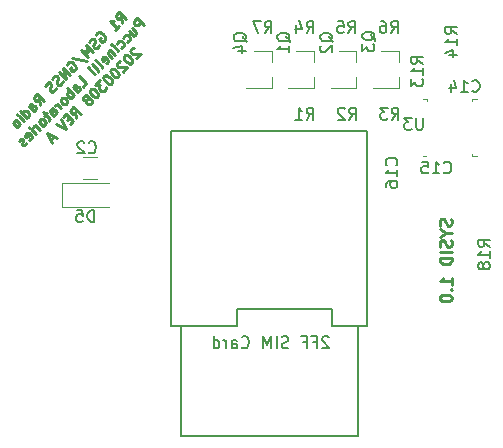
<source format=gbr>
G04 #@! TF.GenerationSoftware,KiCad,Pcbnew,(5.1.5-0-10_14)*
G04 #@! TF.CreationDate,2020-03-09T21:53:23-07:00*
G04 #@! TF.ProjectId,R1,52312e6b-6963-4616-945f-706362585858,rev?*
G04 #@! TF.SameCoordinates,Original*
G04 #@! TF.FileFunction,Legend,Bot*
G04 #@! TF.FilePolarity,Positive*
%FSLAX46Y46*%
G04 Gerber Fmt 4.6, Leading zero omitted, Abs format (unit mm)*
G04 Created by KiCad (PCBNEW (5.1.5-0-10_14)) date 2020-03-09 21:53:23*
%MOMM*%
%LPD*%
G04 APERTURE LIST*
%ADD10C,0.212500*%
%ADD11C,0.250000*%
%ADD12C,0.200000*%
%ADD13C,0.120000*%
%ADD14C,0.150000*%
G04 APERTURE END LIST*
D10*
X134470295Y-87319861D02*
X134384432Y-86833304D01*
X134813747Y-86976409D02*
X134212706Y-86375368D01*
X133983738Y-86604336D01*
X133955117Y-86690199D01*
X133955117Y-86747441D01*
X133983738Y-86833304D01*
X134069601Y-86919167D01*
X134155464Y-86947788D01*
X134212706Y-86947788D01*
X134298569Y-86919167D01*
X134527537Y-86690199D01*
X133897875Y-87892281D02*
X134241327Y-87548829D01*
X134069601Y-87720555D02*
X133468560Y-87119514D01*
X133611665Y-87148135D01*
X133726149Y-87148135D01*
X133812012Y-87119514D01*
X132295100Y-88350217D02*
X132323721Y-88264354D01*
X132409584Y-88178491D01*
X132524067Y-88121249D01*
X132638551Y-88121249D01*
X132724414Y-88149870D01*
X132867519Y-88235733D01*
X132953382Y-88321596D01*
X133039245Y-88464701D01*
X133067866Y-88550564D01*
X133067866Y-88665048D01*
X133010624Y-88779531D01*
X132953382Y-88836773D01*
X132838898Y-88894015D01*
X132781656Y-88894015D01*
X132581309Y-88693669D01*
X132695793Y-88579185D01*
X132581309Y-89151604D02*
X132524067Y-89266088D01*
X132380963Y-89409193D01*
X132295100Y-89437814D01*
X132237858Y-89437814D01*
X132151995Y-89409193D01*
X132094753Y-89351951D01*
X132066132Y-89266088D01*
X132066132Y-89208846D01*
X132094753Y-89122983D01*
X132180616Y-88979878D01*
X132209237Y-88894015D01*
X132209237Y-88836773D01*
X132180616Y-88750911D01*
X132123374Y-88693669D01*
X132037511Y-88665048D01*
X131980269Y-88665048D01*
X131894406Y-88693669D01*
X131751301Y-88836773D01*
X131694059Y-88951257D01*
X132008890Y-89781266D02*
X131407849Y-89180225D01*
X131636817Y-89809887D01*
X131007155Y-89580919D01*
X131608196Y-90181960D01*
X130263009Y-90267823D02*
X131550954Y-90525412D01*
X129805074Y-90840243D02*
X129833695Y-90754380D01*
X129919558Y-90668517D01*
X130034041Y-90611275D01*
X130148525Y-90611275D01*
X130234388Y-90639896D01*
X130377493Y-90725759D01*
X130463356Y-90811622D01*
X130549219Y-90954727D01*
X130577840Y-91040590D01*
X130577840Y-91155074D01*
X130520598Y-91269558D01*
X130463356Y-91326799D01*
X130348872Y-91384041D01*
X130291630Y-91384041D01*
X130091283Y-91183695D01*
X130205767Y-91069211D01*
X130091283Y-91698872D02*
X129490243Y-91097832D01*
X129747832Y-92042324D01*
X129146791Y-91441283D01*
X129461622Y-92271292D02*
X129404380Y-92385776D01*
X129261275Y-92528881D01*
X129175412Y-92557502D01*
X129118170Y-92557502D01*
X129032307Y-92528881D01*
X128975065Y-92471639D01*
X128946444Y-92385776D01*
X128946444Y-92328534D01*
X128975065Y-92242671D01*
X129060928Y-92099566D01*
X129089549Y-92013703D01*
X129089549Y-91956461D01*
X129060928Y-91870598D01*
X129003686Y-91813356D01*
X128917823Y-91784735D01*
X128860581Y-91784735D01*
X128774718Y-91813356D01*
X128631613Y-91956461D01*
X128574371Y-92070945D01*
X128889202Y-92843712D02*
X128831960Y-92958196D01*
X128688855Y-93101301D01*
X128602992Y-93129922D01*
X128545750Y-93129922D01*
X128459887Y-93101301D01*
X128402645Y-93044059D01*
X128374024Y-92958196D01*
X128374024Y-92900954D01*
X128402645Y-92815091D01*
X128488508Y-92671986D01*
X128517129Y-92586123D01*
X128517129Y-92528881D01*
X128488508Y-92443018D01*
X128431266Y-92385776D01*
X128345403Y-92357155D01*
X128288161Y-92357155D01*
X128202298Y-92385776D01*
X128059193Y-92528881D01*
X128001951Y-92643365D01*
X127515394Y-94274761D02*
X127429531Y-93788205D01*
X127858846Y-93931309D02*
X127257806Y-93330269D01*
X127028838Y-93559237D01*
X127000217Y-93645100D01*
X127000217Y-93702342D01*
X127028838Y-93788205D01*
X127114701Y-93874067D01*
X127200564Y-93902688D01*
X127257806Y-93902688D01*
X127343669Y-93874067D01*
X127572636Y-93645100D01*
X127000217Y-94789939D02*
X126685386Y-94475108D01*
X126656765Y-94389245D01*
X126685386Y-94303382D01*
X126799870Y-94188898D01*
X126885733Y-94160277D01*
X126971596Y-94761318D02*
X127057459Y-94732697D01*
X127200564Y-94589592D01*
X127229185Y-94503729D01*
X127200564Y-94417866D01*
X127143322Y-94360624D01*
X127057459Y-94332003D01*
X126971596Y-94360624D01*
X126828491Y-94503729D01*
X126742628Y-94532350D01*
X126456418Y-95333738D02*
X125855377Y-94732697D01*
X126427797Y-95305117D02*
X126513660Y-95276496D01*
X126628144Y-95162012D01*
X126656765Y-95076149D01*
X126656765Y-95018907D01*
X126628144Y-94933044D01*
X126456418Y-94761318D01*
X126370555Y-94732697D01*
X126313313Y-94732697D01*
X126227450Y-94761318D01*
X126112966Y-94875802D01*
X126084345Y-94961665D01*
X126170208Y-95619948D02*
X125769514Y-95219254D01*
X125569167Y-95018907D02*
X125626409Y-95018907D01*
X125626409Y-95076149D01*
X125569167Y-95076149D01*
X125569167Y-95018907D01*
X125626409Y-95076149D01*
X125798135Y-95992021D02*
X125826756Y-95906158D01*
X125826756Y-95848916D01*
X125798135Y-95763053D01*
X125626409Y-95591327D01*
X125540546Y-95562706D01*
X125483304Y-95562706D01*
X125397441Y-95591327D01*
X125311578Y-95677190D01*
X125282957Y-95763053D01*
X125282957Y-95820295D01*
X125311578Y-95906158D01*
X125483304Y-96077884D01*
X125569167Y-96106505D01*
X125626409Y-96106505D01*
X125712272Y-96077884D01*
X125798135Y-95992021D01*
X136366435Y-87527363D02*
X135765394Y-86926322D01*
X135536426Y-87155290D01*
X135507805Y-87241153D01*
X135507805Y-87298395D01*
X135536426Y-87384258D01*
X135622289Y-87470121D01*
X135708152Y-87498742D01*
X135765394Y-87498742D01*
X135851257Y-87470121D01*
X136080225Y-87241153D01*
X135107111Y-87985299D02*
X135507805Y-88385993D01*
X135364700Y-87727710D02*
X135679531Y-88042541D01*
X135708152Y-88128404D01*
X135679531Y-88214267D01*
X135593668Y-88300130D01*
X135507805Y-88328751D01*
X135450563Y-88328751D01*
X134935385Y-88901170D02*
X135021248Y-88872549D01*
X135135732Y-88758065D01*
X135164353Y-88672202D01*
X135164353Y-88614960D01*
X135135732Y-88529098D01*
X134964006Y-88357372D01*
X134878143Y-88328751D01*
X134820901Y-88328751D01*
X134735039Y-88357372D01*
X134620555Y-88471856D01*
X134591934Y-88557718D01*
X134420208Y-89416348D02*
X134506071Y-89387727D01*
X134620555Y-89273243D01*
X134649176Y-89187380D01*
X134649176Y-89130138D01*
X134620555Y-89044275D01*
X134448829Y-88872549D01*
X134362966Y-88843928D01*
X134305724Y-88843928D01*
X134219861Y-88872549D01*
X134105377Y-88987033D01*
X134076756Y-89072896D01*
X134191240Y-89702558D02*
X133790546Y-89301864D01*
X133590199Y-89101517D02*
X133647441Y-89101517D01*
X133647441Y-89158759D01*
X133590199Y-89158759D01*
X133590199Y-89101517D01*
X133647441Y-89158759D01*
X133504336Y-89588074D02*
X133905030Y-89988768D01*
X133561578Y-89645316D02*
X133504336Y-89645316D01*
X133418473Y-89673937D01*
X133332610Y-89759800D01*
X133303989Y-89845663D01*
X133332610Y-89931526D01*
X133647441Y-90246357D01*
X133103642Y-90732914D02*
X133189505Y-90704293D01*
X133303989Y-90589809D01*
X133332610Y-90503946D01*
X133303989Y-90418083D01*
X133075021Y-90189115D01*
X132989158Y-90160494D01*
X132903295Y-90189115D01*
X132788811Y-90303599D01*
X132760190Y-90389462D01*
X132788811Y-90475325D01*
X132846053Y-90532567D01*
X133189505Y-90303599D01*
X132760190Y-91133607D02*
X132788811Y-91047745D01*
X132760190Y-90961882D01*
X132245013Y-90446704D01*
X132445359Y-91448438D02*
X132473980Y-91362575D01*
X132445359Y-91276712D01*
X131930182Y-90761535D01*
X132216392Y-91677406D02*
X131815698Y-91276712D01*
X131615351Y-91076366D02*
X131672593Y-91076366D01*
X131672593Y-91133607D01*
X131615351Y-91133607D01*
X131615351Y-91076366D01*
X131672593Y-91133607D01*
X131186036Y-92707762D02*
X131472246Y-92421552D01*
X130871205Y-91820511D01*
X130728100Y-93165698D02*
X130413269Y-92850867D01*
X130384648Y-92765004D01*
X130413269Y-92679141D01*
X130527753Y-92564657D01*
X130613616Y-92536036D01*
X130699479Y-93137077D02*
X130785342Y-93108456D01*
X130928447Y-92965351D01*
X130957068Y-92879488D01*
X130928447Y-92793625D01*
X130871205Y-92736383D01*
X130785342Y-92707762D01*
X130699479Y-92736383D01*
X130556374Y-92879488D01*
X130470511Y-92908109D01*
X130441890Y-93451908D02*
X129840849Y-92850867D01*
X130069817Y-93079835D02*
X129983954Y-93108456D01*
X129869470Y-93222940D01*
X129840849Y-93308803D01*
X129840849Y-93366045D01*
X129869470Y-93451908D01*
X130041196Y-93623633D01*
X130127059Y-93652254D01*
X130184301Y-93652254D01*
X130270164Y-93623633D01*
X130384648Y-93509150D01*
X130413269Y-93423287D01*
X129812228Y-94081569D02*
X129840849Y-93995706D01*
X129840849Y-93938464D01*
X129812228Y-93852601D01*
X129640503Y-93680875D01*
X129554640Y-93652254D01*
X129497398Y-93652254D01*
X129411535Y-93680875D01*
X129325672Y-93766738D01*
X129297051Y-93852601D01*
X129297051Y-93909843D01*
X129325672Y-93995706D01*
X129497398Y-94167432D01*
X129583261Y-94196053D01*
X129640503Y-94196053D01*
X129726366Y-94167432D01*
X129812228Y-94081569D01*
X129354293Y-94539505D02*
X128953599Y-94138811D01*
X129068083Y-94253295D02*
X128982220Y-94224674D01*
X128924978Y-94224674D01*
X128839115Y-94253295D01*
X128781873Y-94310537D01*
X128724631Y-95169167D02*
X128409800Y-94854336D01*
X128381179Y-94768473D01*
X128409800Y-94682610D01*
X128524284Y-94568126D01*
X128610147Y-94539505D01*
X128696010Y-95140546D02*
X128781873Y-95111925D01*
X128924978Y-94968820D01*
X128953599Y-94882957D01*
X128924978Y-94797094D01*
X128867736Y-94739852D01*
X128781873Y-94711231D01*
X128696010Y-94739852D01*
X128552905Y-94882957D01*
X128467042Y-94911578D01*
X128123590Y-94968820D02*
X127894622Y-95197788D01*
X127837380Y-94854336D02*
X128352558Y-95369514D01*
X128381179Y-95455377D01*
X128352558Y-95541240D01*
X128295316Y-95598482D01*
X128009106Y-95884692D02*
X128037727Y-95798829D01*
X128037727Y-95741587D01*
X128009106Y-95655724D01*
X127837380Y-95483998D01*
X127751517Y-95455377D01*
X127694275Y-95455377D01*
X127608412Y-95483998D01*
X127522549Y-95569861D01*
X127493928Y-95655724D01*
X127493928Y-95712966D01*
X127522549Y-95798829D01*
X127694275Y-95970555D01*
X127780138Y-95999176D01*
X127837380Y-95999176D01*
X127923243Y-95970555D01*
X128009106Y-95884692D01*
X127551170Y-96342627D02*
X127150477Y-95941934D01*
X127264960Y-96056418D02*
X127179098Y-96027797D01*
X127121856Y-96027797D01*
X127035993Y-96056418D01*
X126978751Y-96113660D01*
X127179098Y-96714700D02*
X126778404Y-96314006D01*
X126578057Y-96113660D02*
X126635299Y-96113660D01*
X126635299Y-96170901D01*
X126578057Y-96170901D01*
X126578057Y-96113660D01*
X126635299Y-96170901D01*
X126635299Y-97201257D02*
X126721162Y-97172636D01*
X126835646Y-97058152D01*
X126864267Y-96972289D01*
X126835646Y-96886426D01*
X126606678Y-96657458D01*
X126520815Y-96628837D01*
X126434952Y-96657458D01*
X126320468Y-96771942D01*
X126291847Y-96857805D01*
X126320468Y-96943668D01*
X126377710Y-97000910D01*
X126721162Y-96771942D01*
X126377710Y-97458846D02*
X126349089Y-97544709D01*
X126234605Y-97659193D01*
X126148742Y-97687814D01*
X126062879Y-97659193D01*
X126034258Y-97630572D01*
X126005637Y-97544709D01*
X126034258Y-97458846D01*
X126120121Y-97372983D01*
X126148742Y-97287120D01*
X126120121Y-97201257D01*
X126091500Y-97172636D01*
X126005637Y-97144015D01*
X125919774Y-97172636D01*
X125833911Y-97258499D01*
X125805290Y-97344362D01*
X135500650Y-89409193D02*
X135443408Y-89409193D01*
X135357545Y-89437814D01*
X135214440Y-89580919D01*
X135185819Y-89666781D01*
X135185819Y-89724023D01*
X135214440Y-89809886D01*
X135271682Y-89867128D01*
X135386166Y-89924370D01*
X136073069Y-89924370D01*
X135700997Y-90296443D01*
X134727883Y-90067475D02*
X134670641Y-90124717D01*
X134642020Y-90210580D01*
X134642020Y-90267822D01*
X134670641Y-90353685D01*
X134756504Y-90496790D01*
X134899609Y-90639895D01*
X135042714Y-90725758D01*
X135128577Y-90754379D01*
X135185819Y-90754379D01*
X135271682Y-90725758D01*
X135328924Y-90668516D01*
X135357545Y-90582653D01*
X135357545Y-90525411D01*
X135328924Y-90439548D01*
X135243061Y-90296443D01*
X135099956Y-90153338D01*
X134956851Y-90067475D01*
X134870988Y-90038854D01*
X134813746Y-90038854D01*
X134727883Y-90067475D01*
X134355810Y-90554032D02*
X134298568Y-90554032D01*
X134212705Y-90582653D01*
X134069600Y-90725758D01*
X134040979Y-90811621D01*
X134040979Y-90868863D01*
X134069600Y-90954726D01*
X134126842Y-91011968D01*
X134241326Y-91069210D01*
X134928230Y-91069210D01*
X134556157Y-91441283D01*
X133583043Y-91212315D02*
X133525801Y-91269557D01*
X133497180Y-91355420D01*
X133497180Y-91412662D01*
X133525801Y-91498525D01*
X133611664Y-91641630D01*
X133754769Y-91784735D01*
X133897874Y-91870598D01*
X133983737Y-91899219D01*
X134040979Y-91899219D01*
X134126842Y-91870598D01*
X134184084Y-91813356D01*
X134212705Y-91727493D01*
X134212705Y-91670251D01*
X134184084Y-91584388D01*
X134098221Y-91441283D01*
X133955116Y-91298178D01*
X133812011Y-91212315D01*
X133726148Y-91183694D01*
X133668906Y-91183694D01*
X133583043Y-91212315D01*
X133010624Y-91784735D02*
X132953382Y-91841977D01*
X132924761Y-91927840D01*
X132924761Y-91985082D01*
X132953382Y-92070945D01*
X133039245Y-92214049D01*
X133182350Y-92357154D01*
X133325454Y-92443017D01*
X133411317Y-92471638D01*
X133468559Y-92471638D01*
X133554422Y-92443017D01*
X133611664Y-92385775D01*
X133640285Y-92299912D01*
X133640285Y-92242670D01*
X133611664Y-92156807D01*
X133525801Y-92013703D01*
X133382696Y-91870598D01*
X133239592Y-91784735D01*
X133153729Y-91756114D01*
X133096487Y-91756114D01*
X133010624Y-91784735D01*
X132609930Y-92185428D02*
X132237857Y-92557501D01*
X132667172Y-92586122D01*
X132581309Y-92671985D01*
X132552688Y-92757848D01*
X132552688Y-92815090D01*
X132581309Y-92900953D01*
X132724414Y-93044058D01*
X132810277Y-93072679D01*
X132867519Y-93072679D01*
X132953382Y-93044058D01*
X133125108Y-92872332D01*
X133153729Y-92786469D01*
X133153729Y-92729227D01*
X131865784Y-92929574D02*
X131808542Y-92986816D01*
X131779921Y-93072679D01*
X131779921Y-93129921D01*
X131808542Y-93215784D01*
X131894405Y-93358889D01*
X132037510Y-93501994D01*
X132180615Y-93587857D01*
X132266478Y-93616478D01*
X132323720Y-93616478D01*
X132409583Y-93587857D01*
X132466825Y-93530615D01*
X132495446Y-93444752D01*
X132495446Y-93387510D01*
X132466825Y-93301647D01*
X132380962Y-93158542D01*
X132237857Y-93015437D01*
X132094752Y-92929574D01*
X132008889Y-92900953D01*
X131951647Y-92900953D01*
X131865784Y-92929574D01*
X131579574Y-93730962D02*
X131608195Y-93645099D01*
X131608195Y-93587857D01*
X131579574Y-93501994D01*
X131550953Y-93473373D01*
X131465090Y-93444752D01*
X131407848Y-93444752D01*
X131321985Y-93473373D01*
X131207501Y-93587857D01*
X131178880Y-93673720D01*
X131178880Y-93730962D01*
X131207501Y-93816825D01*
X131236122Y-93845446D01*
X131321985Y-93874067D01*
X131379227Y-93874067D01*
X131465090Y-93845446D01*
X131579574Y-93730962D01*
X131665437Y-93702341D01*
X131722679Y-93702341D01*
X131808542Y-93730962D01*
X131923026Y-93845446D01*
X131951647Y-93931309D01*
X131951647Y-93988551D01*
X131923026Y-94074414D01*
X131808542Y-94188898D01*
X131722679Y-94217519D01*
X131665437Y-94217519D01*
X131579574Y-94188898D01*
X131465090Y-94074414D01*
X131436469Y-93988551D01*
X131436469Y-93931309D01*
X131465090Y-93845446D01*
X130635082Y-95362358D02*
X130549219Y-94875801D01*
X130978533Y-95018906D02*
X130377493Y-94417866D01*
X130148525Y-94646834D01*
X130119904Y-94732696D01*
X130119904Y-94789938D01*
X130148525Y-94875801D01*
X130234388Y-94961664D01*
X130320251Y-94990285D01*
X130377493Y-94990285D01*
X130463356Y-94961664D01*
X130692324Y-94732696D01*
X130062662Y-95305116D02*
X129862315Y-95505463D01*
X130091283Y-95906157D02*
X130377493Y-95619947D01*
X129776452Y-95018906D01*
X129490242Y-95305116D01*
X129318516Y-95476842D02*
X129719210Y-96278230D01*
X128917822Y-95877536D01*
X128717475Y-96936513D02*
X128431265Y-97222722D01*
X128946443Y-97050997D02*
X128145056Y-96650303D01*
X128545749Y-97451690D01*
D11*
X162354761Y-103900000D02*
X162402380Y-104042857D01*
X162402380Y-104280952D01*
X162354761Y-104376190D01*
X162307142Y-104423809D01*
X162211904Y-104471428D01*
X162116666Y-104471428D01*
X162021428Y-104423809D01*
X161973809Y-104376190D01*
X161926190Y-104280952D01*
X161878571Y-104090476D01*
X161830952Y-103995238D01*
X161783333Y-103947619D01*
X161688095Y-103900000D01*
X161592857Y-103900000D01*
X161497619Y-103947619D01*
X161450000Y-103995238D01*
X161402380Y-104090476D01*
X161402380Y-104328571D01*
X161450000Y-104471428D01*
X161926190Y-105090476D02*
X162402380Y-105090476D01*
X161402380Y-104757142D02*
X161926190Y-105090476D01*
X161402380Y-105423809D01*
X162354761Y-105709523D02*
X162402380Y-105852380D01*
X162402380Y-106090476D01*
X162354761Y-106185714D01*
X162307142Y-106233333D01*
X162211904Y-106280952D01*
X162116666Y-106280952D01*
X162021428Y-106233333D01*
X161973809Y-106185714D01*
X161926190Y-106090476D01*
X161878571Y-105900000D01*
X161830952Y-105804761D01*
X161783333Y-105757142D01*
X161688095Y-105709523D01*
X161592857Y-105709523D01*
X161497619Y-105757142D01*
X161450000Y-105804761D01*
X161402380Y-105900000D01*
X161402380Y-106138095D01*
X161450000Y-106280952D01*
X162402380Y-106709523D02*
X161402380Y-106709523D01*
X162402380Y-107185714D02*
X161402380Y-107185714D01*
X161402380Y-107423809D01*
X161450000Y-107566666D01*
X161545238Y-107661904D01*
X161640476Y-107709523D01*
X161830952Y-107757142D01*
X161973809Y-107757142D01*
X162164285Y-107709523D01*
X162259523Y-107661904D01*
X162354761Y-107566666D01*
X162402380Y-107423809D01*
X162402380Y-107185714D01*
X162402380Y-109471428D02*
X162402380Y-108900000D01*
X162402380Y-109185714D02*
X161402380Y-109185714D01*
X161545238Y-109090476D01*
X161640476Y-108995238D01*
X161688095Y-108900000D01*
X162307142Y-109900000D02*
X162354761Y-109947619D01*
X162402380Y-109900000D01*
X162354761Y-109852380D01*
X162307142Y-109900000D01*
X162402380Y-109900000D01*
X161402380Y-110566666D02*
X161402380Y-110661904D01*
X161450000Y-110757142D01*
X161497619Y-110804761D01*
X161592857Y-110852380D01*
X161783333Y-110900000D01*
X162021428Y-110900000D01*
X162211904Y-110852380D01*
X162307142Y-110804761D01*
X162354761Y-110757142D01*
X162402380Y-110661904D01*
X162402380Y-110566666D01*
X162354761Y-110471428D01*
X162307142Y-110423809D01*
X162211904Y-110376190D01*
X162021428Y-110328571D01*
X161783333Y-110328571D01*
X161592857Y-110376190D01*
X161497619Y-110423809D01*
X161450000Y-110471428D01*
X161402380Y-110566666D01*
D12*
X154500000Y-122300000D02*
X154500000Y-113000000D01*
X139500000Y-122300000D02*
X139500000Y-113000000D01*
X154500000Y-122300000D02*
X139500000Y-122300000D01*
X144250000Y-113000000D02*
X138650000Y-113000000D01*
X144250000Y-111500000D02*
X144250000Y-113000000D01*
X152250000Y-111500000D02*
X144250000Y-111500000D01*
X152250000Y-113000000D02*
X152250000Y-111500000D01*
X155250000Y-113000000D02*
X152250000Y-113000000D01*
X155250000Y-96500000D02*
X138650000Y-96500000D01*
X155250000Y-96500000D02*
X155250000Y-113000000D01*
X138650000Y-96500000D02*
X138650000Y-113000000D01*
D13*
X131147936Y-98690000D02*
X132352064Y-98690000D01*
X131147936Y-100510000D02*
X132352064Y-100510000D01*
X160006249Y-98581250D02*
X160206249Y-98581250D01*
X160356249Y-93781250D02*
X160356249Y-93931250D01*
X160006249Y-93781250D02*
X160356249Y-93781250D01*
X164156249Y-93781250D02*
X164156249Y-93931250D01*
X164506249Y-93781250D02*
X164156249Y-93781250D01*
X164156249Y-98581250D02*
X164156249Y-98431250D01*
X164506249Y-98581250D02*
X164156249Y-98581250D01*
X147160000Y-89670000D02*
X147160000Y-90600000D01*
X147160000Y-92830000D02*
X147160000Y-91900000D01*
X147160000Y-92830000D02*
X145000000Y-92830000D01*
X147160000Y-89670000D02*
X145700000Y-89670000D01*
X129450000Y-102900000D02*
X133350000Y-102900000D01*
X129450000Y-100900000D02*
X133350000Y-100900000D01*
X129450000Y-102900000D02*
X129450000Y-100900000D01*
X157910000Y-89695000D02*
X156450000Y-89695000D01*
X157910000Y-92855000D02*
X155750000Y-92855000D01*
X157910000Y-92855000D02*
X157910000Y-91925000D01*
X157910000Y-89695000D02*
X157910000Y-90625000D01*
X154310000Y-89695000D02*
X152850000Y-89695000D01*
X154310000Y-92855000D02*
X152150000Y-92855000D01*
X154310000Y-92855000D02*
X154310000Y-91925000D01*
X154310000Y-89695000D02*
X154310000Y-90625000D01*
X150710000Y-89695000D02*
X149250000Y-89695000D01*
X150710000Y-92855000D02*
X148550000Y-92855000D01*
X150710000Y-92855000D02*
X150710000Y-91925000D01*
X150710000Y-89695000D02*
X150710000Y-90625000D01*
D14*
X165652380Y-106257142D02*
X165176190Y-105923809D01*
X165652380Y-105685714D02*
X164652380Y-105685714D01*
X164652380Y-106066666D01*
X164700000Y-106161904D01*
X164747619Y-106209523D01*
X164842857Y-106257142D01*
X164985714Y-106257142D01*
X165080952Y-106209523D01*
X165128571Y-106161904D01*
X165176190Y-106066666D01*
X165176190Y-105685714D01*
X165652380Y-107209523D02*
X165652380Y-106638095D01*
X165652380Y-106923809D02*
X164652380Y-106923809D01*
X164795238Y-106828571D01*
X164890476Y-106733333D01*
X164938095Y-106638095D01*
X165080952Y-107780952D02*
X165033333Y-107685714D01*
X164985714Y-107638095D01*
X164890476Y-107590476D01*
X164842857Y-107590476D01*
X164747619Y-107638095D01*
X164700000Y-107685714D01*
X164652380Y-107780952D01*
X164652380Y-107971428D01*
X164700000Y-108066666D01*
X164747619Y-108114285D01*
X164842857Y-108161904D01*
X164890476Y-108161904D01*
X164985714Y-108114285D01*
X165033333Y-108066666D01*
X165080952Y-107971428D01*
X165080952Y-107780952D01*
X165128571Y-107685714D01*
X165176190Y-107638095D01*
X165271428Y-107590476D01*
X165461904Y-107590476D01*
X165557142Y-107638095D01*
X165604761Y-107685714D01*
X165652380Y-107780952D01*
X165652380Y-107971428D01*
X165604761Y-108066666D01*
X165557142Y-108114285D01*
X165461904Y-108161904D01*
X165271428Y-108161904D01*
X165176190Y-108114285D01*
X165128571Y-108066666D01*
X165080952Y-107971428D01*
D12*
X152004761Y-113947619D02*
X151957142Y-113900000D01*
X151861904Y-113852380D01*
X151623809Y-113852380D01*
X151528571Y-113900000D01*
X151480952Y-113947619D01*
X151433333Y-114042857D01*
X151433333Y-114138095D01*
X151480952Y-114280952D01*
X152052380Y-114852380D01*
X151433333Y-114852380D01*
X150671428Y-114328571D02*
X151004761Y-114328571D01*
X151004761Y-114852380D02*
X151004761Y-113852380D01*
X150528571Y-113852380D01*
X149814285Y-114328571D02*
X150147619Y-114328571D01*
X150147619Y-114852380D02*
X150147619Y-113852380D01*
X149671428Y-113852380D01*
X148576190Y-114804761D02*
X148433333Y-114852380D01*
X148195238Y-114852380D01*
X148100000Y-114804761D01*
X148052380Y-114757142D01*
X148004761Y-114661904D01*
X148004761Y-114566666D01*
X148052380Y-114471428D01*
X148100000Y-114423809D01*
X148195238Y-114376190D01*
X148385714Y-114328571D01*
X148480952Y-114280952D01*
X148528571Y-114233333D01*
X148576190Y-114138095D01*
X148576190Y-114042857D01*
X148528571Y-113947619D01*
X148480952Y-113900000D01*
X148385714Y-113852380D01*
X148147619Y-113852380D01*
X148004761Y-113900000D01*
X147576190Y-114852380D02*
X147576190Y-113852380D01*
X147100000Y-114852380D02*
X147100000Y-113852380D01*
X146766666Y-114566666D01*
X146433333Y-113852380D01*
X146433333Y-114852380D01*
X144623809Y-114757142D02*
X144671428Y-114804761D01*
X144814285Y-114852380D01*
X144909523Y-114852380D01*
X145052380Y-114804761D01*
X145147619Y-114709523D01*
X145195238Y-114614285D01*
X145242857Y-114423809D01*
X145242857Y-114280952D01*
X145195238Y-114090476D01*
X145147619Y-113995238D01*
X145052380Y-113900000D01*
X144909523Y-113852380D01*
X144814285Y-113852380D01*
X144671428Y-113900000D01*
X144623809Y-113947619D01*
X143766666Y-114852380D02*
X143766666Y-114328571D01*
X143814285Y-114233333D01*
X143909523Y-114185714D01*
X144100000Y-114185714D01*
X144195238Y-114233333D01*
X143766666Y-114804761D02*
X143861904Y-114852380D01*
X144100000Y-114852380D01*
X144195238Y-114804761D01*
X144242857Y-114709523D01*
X144242857Y-114614285D01*
X144195238Y-114519047D01*
X144100000Y-114471428D01*
X143861904Y-114471428D01*
X143766666Y-114423809D01*
X143290476Y-114852380D02*
X143290476Y-114185714D01*
X143290476Y-114376190D02*
X143242857Y-114280952D01*
X143195238Y-114233333D01*
X143100000Y-114185714D01*
X143004761Y-114185714D01*
X142242857Y-114852380D02*
X142242857Y-113852380D01*
X142242857Y-114804761D02*
X142338095Y-114852380D01*
X142528571Y-114852380D01*
X142623809Y-114804761D01*
X142671428Y-114757142D01*
X142719047Y-114661904D01*
X142719047Y-114376190D01*
X142671428Y-114280952D01*
X142623809Y-114233333D01*
X142528571Y-114185714D01*
X142338095Y-114185714D01*
X142242857Y-114233333D01*
D14*
X131666666Y-98257142D02*
X131714285Y-98304761D01*
X131857142Y-98352380D01*
X131952380Y-98352380D01*
X132095238Y-98304761D01*
X132190476Y-98209523D01*
X132238095Y-98114285D01*
X132285714Y-97923809D01*
X132285714Y-97780952D01*
X132238095Y-97590476D01*
X132190476Y-97495238D01*
X132095238Y-97400000D01*
X131952380Y-97352380D01*
X131857142Y-97352380D01*
X131714285Y-97400000D01*
X131666666Y-97447619D01*
X131285714Y-97447619D02*
X131238095Y-97400000D01*
X131142857Y-97352380D01*
X130904761Y-97352380D01*
X130809523Y-97400000D01*
X130761904Y-97447619D01*
X130714285Y-97542857D01*
X130714285Y-97638095D01*
X130761904Y-97780952D01*
X131333333Y-98352380D01*
X130714285Y-98352380D01*
X159961904Y-95352380D02*
X159961904Y-96161904D01*
X159914285Y-96257142D01*
X159866666Y-96304761D01*
X159771428Y-96352380D01*
X159580952Y-96352380D01*
X159485714Y-96304761D01*
X159438095Y-96257142D01*
X159390476Y-96161904D01*
X159390476Y-95352380D01*
X159009523Y-95352380D02*
X158390476Y-95352380D01*
X158723809Y-95733333D01*
X158580952Y-95733333D01*
X158485714Y-95780952D01*
X158438095Y-95828571D01*
X158390476Y-95923809D01*
X158390476Y-96161904D01*
X158438095Y-96257142D01*
X158485714Y-96304761D01*
X158580952Y-96352380D01*
X158866666Y-96352380D01*
X158961904Y-96304761D01*
X159009523Y-96257142D01*
X162852380Y-88257142D02*
X162376190Y-87923809D01*
X162852380Y-87685714D02*
X161852380Y-87685714D01*
X161852380Y-88066666D01*
X161900000Y-88161904D01*
X161947619Y-88209523D01*
X162042857Y-88257142D01*
X162185714Y-88257142D01*
X162280952Y-88209523D01*
X162328571Y-88161904D01*
X162376190Y-88066666D01*
X162376190Y-87685714D01*
X162852380Y-89209523D02*
X162852380Y-88638095D01*
X162852380Y-88923809D02*
X161852380Y-88923809D01*
X161995238Y-88828571D01*
X162090476Y-88733333D01*
X162138095Y-88638095D01*
X162185714Y-90066666D02*
X162852380Y-90066666D01*
X161804761Y-89828571D02*
X162519047Y-89590476D01*
X162519047Y-90209523D01*
X159952380Y-90757142D02*
X159476190Y-90423809D01*
X159952380Y-90185714D02*
X158952380Y-90185714D01*
X158952380Y-90566666D01*
X159000000Y-90661904D01*
X159047619Y-90709523D01*
X159142857Y-90757142D01*
X159285714Y-90757142D01*
X159380952Y-90709523D01*
X159428571Y-90661904D01*
X159476190Y-90566666D01*
X159476190Y-90185714D01*
X159952380Y-91709523D02*
X159952380Y-91138095D01*
X159952380Y-91423809D02*
X158952380Y-91423809D01*
X159095238Y-91328571D01*
X159190476Y-91233333D01*
X159238095Y-91138095D01*
X158952380Y-92042857D02*
X158952380Y-92661904D01*
X159333333Y-92328571D01*
X159333333Y-92471428D01*
X159380952Y-92566666D01*
X159428571Y-92614285D01*
X159523809Y-92661904D01*
X159761904Y-92661904D01*
X159857142Y-92614285D01*
X159904761Y-92566666D01*
X159952380Y-92471428D01*
X159952380Y-92185714D01*
X159904761Y-92090476D01*
X159857142Y-92042857D01*
X146566666Y-88152380D02*
X146900000Y-87676190D01*
X147138095Y-88152380D02*
X147138095Y-87152380D01*
X146757142Y-87152380D01*
X146661904Y-87200000D01*
X146614285Y-87247619D01*
X146566666Y-87342857D01*
X146566666Y-87485714D01*
X146614285Y-87580952D01*
X146661904Y-87628571D01*
X146757142Y-87676190D01*
X147138095Y-87676190D01*
X146233333Y-87152380D02*
X145566666Y-87152380D01*
X145995238Y-88152380D01*
X157266666Y-88152380D02*
X157600000Y-87676190D01*
X157838095Y-88152380D02*
X157838095Y-87152380D01*
X157457142Y-87152380D01*
X157361904Y-87200000D01*
X157314285Y-87247619D01*
X157266666Y-87342857D01*
X157266666Y-87485714D01*
X157314285Y-87580952D01*
X157361904Y-87628571D01*
X157457142Y-87676190D01*
X157838095Y-87676190D01*
X156409523Y-87152380D02*
X156600000Y-87152380D01*
X156695238Y-87200000D01*
X156742857Y-87247619D01*
X156838095Y-87390476D01*
X156885714Y-87580952D01*
X156885714Y-87961904D01*
X156838095Y-88057142D01*
X156790476Y-88104761D01*
X156695238Y-88152380D01*
X156504761Y-88152380D01*
X156409523Y-88104761D01*
X156361904Y-88057142D01*
X156314285Y-87961904D01*
X156314285Y-87723809D01*
X156361904Y-87628571D01*
X156409523Y-87580952D01*
X156504761Y-87533333D01*
X156695238Y-87533333D01*
X156790476Y-87580952D01*
X156838095Y-87628571D01*
X156885714Y-87723809D01*
X153666666Y-88152380D02*
X154000000Y-87676190D01*
X154238095Y-88152380D02*
X154238095Y-87152380D01*
X153857142Y-87152380D01*
X153761904Y-87200000D01*
X153714285Y-87247619D01*
X153666666Y-87342857D01*
X153666666Y-87485714D01*
X153714285Y-87580952D01*
X153761904Y-87628571D01*
X153857142Y-87676190D01*
X154238095Y-87676190D01*
X152761904Y-87152380D02*
X153238095Y-87152380D01*
X153285714Y-87628571D01*
X153238095Y-87580952D01*
X153142857Y-87533333D01*
X152904761Y-87533333D01*
X152809523Y-87580952D01*
X152761904Y-87628571D01*
X152714285Y-87723809D01*
X152714285Y-87961904D01*
X152761904Y-88057142D01*
X152809523Y-88104761D01*
X152904761Y-88152380D01*
X153142857Y-88152380D01*
X153238095Y-88104761D01*
X153285714Y-88057142D01*
X150116666Y-88152380D02*
X150450000Y-87676190D01*
X150688095Y-88152380D02*
X150688095Y-87152380D01*
X150307142Y-87152380D01*
X150211904Y-87200000D01*
X150164285Y-87247619D01*
X150116666Y-87342857D01*
X150116666Y-87485714D01*
X150164285Y-87580952D01*
X150211904Y-87628571D01*
X150307142Y-87676190D01*
X150688095Y-87676190D01*
X149259523Y-87485714D02*
X149259523Y-88152380D01*
X149497619Y-87104761D02*
X149735714Y-87819047D01*
X149116666Y-87819047D01*
X157316666Y-95497380D02*
X157650000Y-95021190D01*
X157888095Y-95497380D02*
X157888095Y-94497380D01*
X157507142Y-94497380D01*
X157411904Y-94545000D01*
X157364285Y-94592619D01*
X157316666Y-94687857D01*
X157316666Y-94830714D01*
X157364285Y-94925952D01*
X157411904Y-94973571D01*
X157507142Y-95021190D01*
X157888095Y-95021190D01*
X156983333Y-94497380D02*
X156364285Y-94497380D01*
X156697619Y-94878333D01*
X156554761Y-94878333D01*
X156459523Y-94925952D01*
X156411904Y-94973571D01*
X156364285Y-95068809D01*
X156364285Y-95306904D01*
X156411904Y-95402142D01*
X156459523Y-95449761D01*
X156554761Y-95497380D01*
X156840476Y-95497380D01*
X156935714Y-95449761D01*
X156983333Y-95402142D01*
X153716666Y-95497380D02*
X154050000Y-95021190D01*
X154288095Y-95497380D02*
X154288095Y-94497380D01*
X153907142Y-94497380D01*
X153811904Y-94545000D01*
X153764285Y-94592619D01*
X153716666Y-94687857D01*
X153716666Y-94830714D01*
X153764285Y-94925952D01*
X153811904Y-94973571D01*
X153907142Y-95021190D01*
X154288095Y-95021190D01*
X153335714Y-94592619D02*
X153288095Y-94545000D01*
X153192857Y-94497380D01*
X152954761Y-94497380D01*
X152859523Y-94545000D01*
X152811904Y-94592619D01*
X152764285Y-94687857D01*
X152764285Y-94783095D01*
X152811904Y-94925952D01*
X153383333Y-95497380D01*
X152764285Y-95497380D01*
X150116666Y-95497380D02*
X150450000Y-95021190D01*
X150688095Y-95497380D02*
X150688095Y-94497380D01*
X150307142Y-94497380D01*
X150211904Y-94545000D01*
X150164285Y-94592619D01*
X150116666Y-94687857D01*
X150116666Y-94830714D01*
X150164285Y-94925952D01*
X150211904Y-94973571D01*
X150307142Y-95021190D01*
X150688095Y-95021190D01*
X149164285Y-95497380D02*
X149735714Y-95497380D01*
X149450000Y-95497380D02*
X149450000Y-94497380D01*
X149545238Y-94640238D01*
X149640476Y-94735476D01*
X149735714Y-94783095D01*
X164142857Y-93057142D02*
X164190476Y-93104761D01*
X164333333Y-93152380D01*
X164428571Y-93152380D01*
X164571428Y-93104761D01*
X164666666Y-93009523D01*
X164714285Y-92914285D01*
X164761904Y-92723809D01*
X164761904Y-92580952D01*
X164714285Y-92390476D01*
X164666666Y-92295238D01*
X164571428Y-92200000D01*
X164428571Y-92152380D01*
X164333333Y-92152380D01*
X164190476Y-92200000D01*
X164142857Y-92247619D01*
X163190476Y-93152380D02*
X163761904Y-93152380D01*
X163476190Y-93152380D02*
X163476190Y-92152380D01*
X163571428Y-92295238D01*
X163666666Y-92390476D01*
X163761904Y-92438095D01*
X162333333Y-92485714D02*
X162333333Y-93152380D01*
X162571428Y-92104761D02*
X162809523Y-92819047D01*
X162190476Y-92819047D01*
X145047619Y-88904761D02*
X145000000Y-88809523D01*
X144904761Y-88714285D01*
X144761904Y-88571428D01*
X144714285Y-88476190D01*
X144714285Y-88380952D01*
X144952380Y-88428571D02*
X144904761Y-88333333D01*
X144809523Y-88238095D01*
X144619047Y-88190476D01*
X144285714Y-88190476D01*
X144095238Y-88238095D01*
X144000000Y-88333333D01*
X143952380Y-88428571D01*
X143952380Y-88619047D01*
X144000000Y-88714285D01*
X144095238Y-88809523D01*
X144285714Y-88857142D01*
X144619047Y-88857142D01*
X144809523Y-88809523D01*
X144904761Y-88714285D01*
X144952380Y-88619047D01*
X144952380Y-88428571D01*
X144285714Y-89714285D02*
X144952380Y-89714285D01*
X143904761Y-89476190D02*
X144619047Y-89238095D01*
X144619047Y-89857142D01*
X132138095Y-104152380D02*
X132138095Y-103152380D01*
X131900000Y-103152380D01*
X131757142Y-103200000D01*
X131661904Y-103295238D01*
X131614285Y-103390476D01*
X131566666Y-103580952D01*
X131566666Y-103723809D01*
X131614285Y-103914285D01*
X131661904Y-104009523D01*
X131757142Y-104104761D01*
X131900000Y-104152380D01*
X132138095Y-104152380D01*
X130661904Y-103152380D02*
X131138095Y-103152380D01*
X131185714Y-103628571D01*
X131138095Y-103580952D01*
X131042857Y-103533333D01*
X130804761Y-103533333D01*
X130709523Y-103580952D01*
X130661904Y-103628571D01*
X130614285Y-103723809D01*
X130614285Y-103961904D01*
X130661904Y-104057142D01*
X130709523Y-104104761D01*
X130804761Y-104152380D01*
X131042857Y-104152380D01*
X131138095Y-104104761D01*
X131185714Y-104057142D01*
X157707142Y-99357142D02*
X157754761Y-99309523D01*
X157802380Y-99166666D01*
X157802380Y-99071428D01*
X157754761Y-98928571D01*
X157659523Y-98833333D01*
X157564285Y-98785714D01*
X157373809Y-98738095D01*
X157230952Y-98738095D01*
X157040476Y-98785714D01*
X156945238Y-98833333D01*
X156850000Y-98928571D01*
X156802380Y-99071428D01*
X156802380Y-99166666D01*
X156850000Y-99309523D01*
X156897619Y-99357142D01*
X157802380Y-100309523D02*
X157802380Y-99738095D01*
X157802380Y-100023809D02*
X156802380Y-100023809D01*
X156945238Y-99928571D01*
X157040476Y-99833333D01*
X157088095Y-99738095D01*
X156802380Y-101166666D02*
X156802380Y-100976190D01*
X156850000Y-100880952D01*
X156897619Y-100833333D01*
X157040476Y-100738095D01*
X157230952Y-100690476D01*
X157611904Y-100690476D01*
X157707142Y-100738095D01*
X157754761Y-100785714D01*
X157802380Y-100880952D01*
X157802380Y-101071428D01*
X157754761Y-101166666D01*
X157707142Y-101214285D01*
X157611904Y-101261904D01*
X157373809Y-101261904D01*
X157278571Y-101214285D01*
X157230952Y-101166666D01*
X157183333Y-101071428D01*
X157183333Y-100880952D01*
X157230952Y-100785714D01*
X157278571Y-100738095D01*
X157373809Y-100690476D01*
X161742857Y-99957142D02*
X161790476Y-100004761D01*
X161933333Y-100052380D01*
X162028571Y-100052380D01*
X162171428Y-100004761D01*
X162266666Y-99909523D01*
X162314285Y-99814285D01*
X162361904Y-99623809D01*
X162361904Y-99480952D01*
X162314285Y-99290476D01*
X162266666Y-99195238D01*
X162171428Y-99100000D01*
X162028571Y-99052380D01*
X161933333Y-99052380D01*
X161790476Y-99100000D01*
X161742857Y-99147619D01*
X160790476Y-100052380D02*
X161361904Y-100052380D01*
X161076190Y-100052380D02*
X161076190Y-99052380D01*
X161171428Y-99195238D01*
X161266666Y-99290476D01*
X161361904Y-99338095D01*
X159885714Y-99052380D02*
X160361904Y-99052380D01*
X160409523Y-99528571D01*
X160361904Y-99480952D01*
X160266666Y-99433333D01*
X160028571Y-99433333D01*
X159933333Y-99480952D01*
X159885714Y-99528571D01*
X159838095Y-99623809D01*
X159838095Y-99861904D01*
X159885714Y-99957142D01*
X159933333Y-100004761D01*
X160028571Y-100052380D01*
X160266666Y-100052380D01*
X160361904Y-100004761D01*
X160409523Y-99957142D01*
X155947619Y-88804761D02*
X155900000Y-88709523D01*
X155804761Y-88614285D01*
X155661904Y-88471428D01*
X155614285Y-88376190D01*
X155614285Y-88280952D01*
X155852380Y-88328571D02*
X155804761Y-88233333D01*
X155709523Y-88138095D01*
X155519047Y-88090476D01*
X155185714Y-88090476D01*
X154995238Y-88138095D01*
X154900000Y-88233333D01*
X154852380Y-88328571D01*
X154852380Y-88519047D01*
X154900000Y-88614285D01*
X154995238Y-88709523D01*
X155185714Y-88757142D01*
X155519047Y-88757142D01*
X155709523Y-88709523D01*
X155804761Y-88614285D01*
X155852380Y-88519047D01*
X155852380Y-88328571D01*
X154852380Y-89090476D02*
X154852380Y-89709523D01*
X155233333Y-89376190D01*
X155233333Y-89519047D01*
X155280952Y-89614285D01*
X155328571Y-89661904D01*
X155423809Y-89709523D01*
X155661904Y-89709523D01*
X155757142Y-89661904D01*
X155804761Y-89614285D01*
X155852380Y-89519047D01*
X155852380Y-89233333D01*
X155804761Y-89138095D01*
X155757142Y-89090476D01*
X152347619Y-88904761D02*
X152300000Y-88809523D01*
X152204761Y-88714285D01*
X152061904Y-88571428D01*
X152014285Y-88476190D01*
X152014285Y-88380952D01*
X152252380Y-88428571D02*
X152204761Y-88333333D01*
X152109523Y-88238095D01*
X151919047Y-88190476D01*
X151585714Y-88190476D01*
X151395238Y-88238095D01*
X151300000Y-88333333D01*
X151252380Y-88428571D01*
X151252380Y-88619047D01*
X151300000Y-88714285D01*
X151395238Y-88809523D01*
X151585714Y-88857142D01*
X151919047Y-88857142D01*
X152109523Y-88809523D01*
X152204761Y-88714285D01*
X152252380Y-88619047D01*
X152252380Y-88428571D01*
X151347619Y-89238095D02*
X151300000Y-89285714D01*
X151252380Y-89380952D01*
X151252380Y-89619047D01*
X151300000Y-89714285D01*
X151347619Y-89761904D01*
X151442857Y-89809523D01*
X151538095Y-89809523D01*
X151680952Y-89761904D01*
X152252380Y-89190476D01*
X152252380Y-89809523D01*
X148747619Y-88904761D02*
X148700000Y-88809523D01*
X148604761Y-88714285D01*
X148461904Y-88571428D01*
X148414285Y-88476190D01*
X148414285Y-88380952D01*
X148652380Y-88428571D02*
X148604761Y-88333333D01*
X148509523Y-88238095D01*
X148319047Y-88190476D01*
X147985714Y-88190476D01*
X147795238Y-88238095D01*
X147700000Y-88333333D01*
X147652380Y-88428571D01*
X147652380Y-88619047D01*
X147700000Y-88714285D01*
X147795238Y-88809523D01*
X147985714Y-88857142D01*
X148319047Y-88857142D01*
X148509523Y-88809523D01*
X148604761Y-88714285D01*
X148652380Y-88619047D01*
X148652380Y-88428571D01*
X148652380Y-89809523D02*
X148652380Y-89238095D01*
X148652380Y-89523809D02*
X147652380Y-89523809D01*
X147795238Y-89428571D01*
X147890476Y-89333333D01*
X147938095Y-89238095D01*
M02*

</source>
